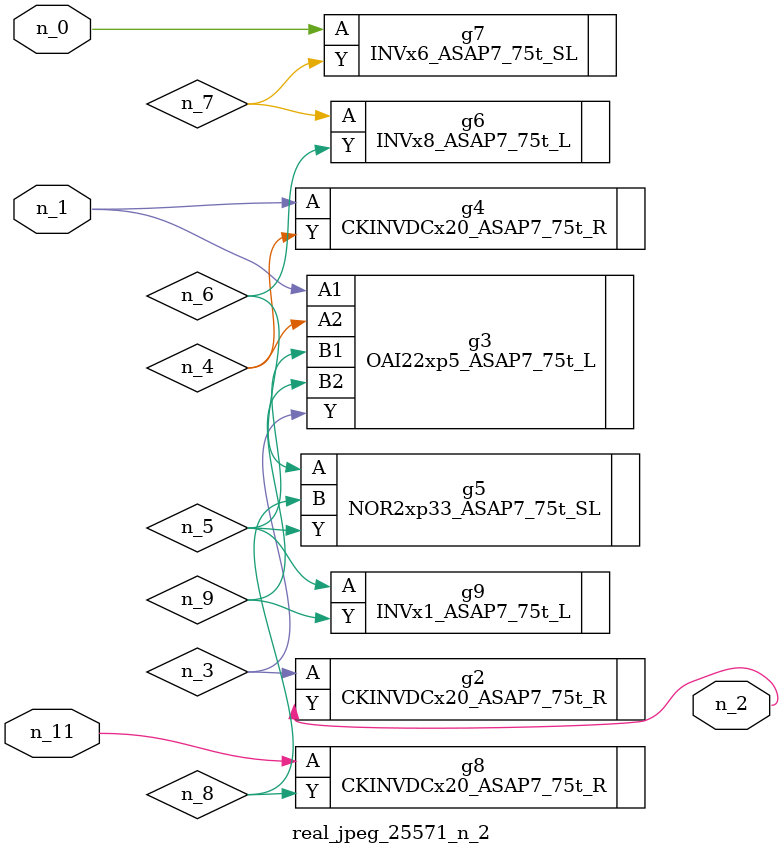
<source format=v>
module real_jpeg_25571_n_2 (n_1, n_11, n_0, n_2);

input n_1;
input n_11;
input n_0;

output n_2;

wire n_5;
wire n_4;
wire n_8;
wire n_6;
wire n_7;
wire n_3;
wire n_9;

INVx6_ASAP7_75t_SL g7 ( 
.A(n_0),
.Y(n_7)
);

OAI22xp5_ASAP7_75t_L g3 ( 
.A1(n_1),
.A2(n_4),
.B1(n_5),
.B2(n_9),
.Y(n_3)
);

CKINVDCx20_ASAP7_75t_R g4 ( 
.A(n_1),
.Y(n_4)
);

CKINVDCx20_ASAP7_75t_R g2 ( 
.A(n_3),
.Y(n_2)
);

INVx1_ASAP7_75t_L g9 ( 
.A(n_5),
.Y(n_9)
);

NOR2xp33_ASAP7_75t_SL g5 ( 
.A(n_6),
.B(n_8),
.Y(n_5)
);

INVx8_ASAP7_75t_L g6 ( 
.A(n_7),
.Y(n_6)
);

CKINVDCx20_ASAP7_75t_R g8 ( 
.A(n_11),
.Y(n_8)
);


endmodule
</source>
